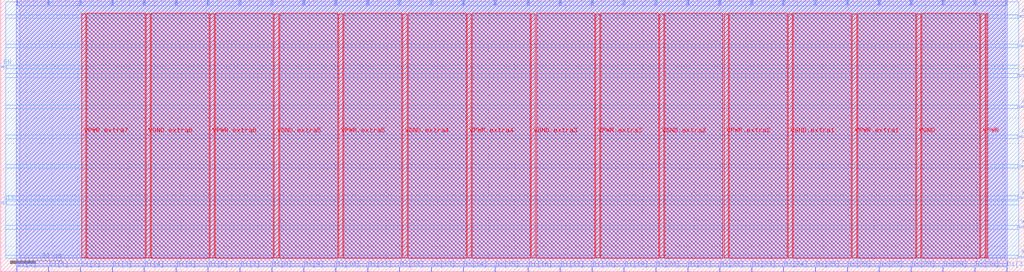
<source format=lef>
VERSION 5.7 ;
  NOWIREEXTENSIONATPIN ON ;
  DIVIDERCHAR "/" ;
  BUSBITCHARS "[]" ;
MACRO RAM32
  CLASS BLOCK ;
  FOREIGN RAM32 ;
  ORIGIN 0.000 0.000 ;
  SIZE 398.360 BY 106.080 ;
  PIN A[0]
    DIRECTION INPUT ;
    USE SIGNAL ;
    PORT
      LAYER met3 ;
        RECT 396.360 52.400 398.360 53.000 ;
    END
  END A[0]
  PIN A[1]
    DIRECTION INPUT ;
    USE SIGNAL ;
    PORT
      LAYER met3 ;
        RECT 396.360 63.960 398.360 64.560 ;
    END
  END A[1]
  PIN A[2]
    DIRECTION INPUT ;
    USE SIGNAL ;
    PORT
      LAYER met3 ;
        RECT 396.360 76.200 398.360 76.800 ;
    END
  END A[2]
  PIN A[3]
    DIRECTION INPUT ;
    USE SIGNAL ;
    PORT
      LAYER met3 ;
        RECT 396.360 87.760 398.360 88.360 ;
    END
  END A[3]
  PIN A[4]
    DIRECTION INPUT ;
    USE SIGNAL ;
    PORT
      LAYER met3 ;
        RECT 396.360 99.320 398.360 99.920 ;
    END
  END A[4]
  PIN CLK
    DIRECTION INPUT ;
    USE SIGNAL ;
    PORT
      LAYER met3 ;
        RECT 0.000 26.560 2.000 27.160 ;
    END
  END CLK
  PIN Di[0]
    DIRECTION INPUT ;
    USE SIGNAL ;
    PORT
      LAYER met2 ;
        RECT 6.070 0.000 6.350 2.000 ;
    END
  END Di[0]
  PIN Di[10]
    DIRECTION INPUT ;
    USE SIGNAL ;
    PORT
      LAYER met2 ;
        RECT 130.270 0.000 130.550 2.000 ;
    END
  END Di[10]
  PIN Di[11]
    DIRECTION INPUT ;
    USE SIGNAL ;
    PORT
      LAYER met2 ;
        RECT 142.690 0.000 142.970 2.000 ;
    END
  END Di[11]
  PIN Di[12]
    DIRECTION INPUT ;
    USE SIGNAL ;
    PORT
      LAYER met2 ;
        RECT 155.110 0.000 155.390 2.000 ;
    END
  END Di[12]
  PIN Di[13]
    DIRECTION INPUT ;
    USE SIGNAL ;
    PORT
      LAYER met2 ;
        RECT 167.530 0.000 167.810 2.000 ;
    END
  END Di[13]
  PIN Di[14]
    DIRECTION INPUT ;
    USE SIGNAL ;
    PORT
      LAYER met2 ;
        RECT 179.950 0.000 180.230 2.000 ;
    END
  END Di[14]
  PIN Di[15]
    DIRECTION INPUT ;
    USE SIGNAL ;
    PORT
      LAYER met2 ;
        RECT 192.370 0.000 192.650 2.000 ;
    END
  END Di[15]
  PIN Di[16]
    DIRECTION INPUT ;
    USE SIGNAL ;
    PORT
      LAYER met2 ;
        RECT 205.250 0.000 205.530 2.000 ;
    END
  END Di[16]
  PIN Di[17]
    DIRECTION INPUT ;
    USE SIGNAL ;
    PORT
      LAYER met2 ;
        RECT 217.670 0.000 217.950 2.000 ;
    END
  END Di[17]
  PIN Di[18]
    DIRECTION INPUT ;
    USE SIGNAL ;
    PORT
      LAYER met2 ;
        RECT 230.090 0.000 230.370 2.000 ;
    END
  END Di[18]
  PIN Di[19]
    DIRECTION INPUT ;
    USE SIGNAL ;
    PORT
      LAYER met2 ;
        RECT 242.510 0.000 242.790 2.000 ;
    END
  END Di[19]
  PIN Di[1]
    DIRECTION INPUT ;
    USE SIGNAL ;
    PORT
      LAYER met2 ;
        RECT 18.490 0.000 18.770 2.000 ;
    END
  END Di[1]
  PIN Di[20]
    DIRECTION INPUT ;
    USE SIGNAL ;
    PORT
      LAYER met2 ;
        RECT 254.930 0.000 255.210 2.000 ;
    END
  END Di[20]
  PIN Di[21]
    DIRECTION INPUT ;
    USE SIGNAL ;
    PORT
      LAYER met2 ;
        RECT 267.350 0.000 267.630 2.000 ;
    END
  END Di[21]
  PIN Di[22]
    DIRECTION INPUT ;
    USE SIGNAL ;
    PORT
      LAYER met2 ;
        RECT 279.770 0.000 280.050 2.000 ;
    END
  END Di[22]
  PIN Di[23]
    DIRECTION INPUT ;
    USE SIGNAL ;
    PORT
      LAYER met2 ;
        RECT 292.190 0.000 292.470 2.000 ;
    END
  END Di[23]
  PIN Di[24]
    DIRECTION INPUT ;
    USE SIGNAL ;
    PORT
      LAYER met2 ;
        RECT 304.610 0.000 304.890 2.000 ;
    END
  END Di[24]
  PIN Di[25]
    DIRECTION INPUT ;
    USE SIGNAL ;
    PORT
      LAYER met2 ;
        RECT 317.030 0.000 317.310 2.000 ;
    END
  END Di[25]
  PIN Di[26]
    DIRECTION INPUT ;
    USE SIGNAL ;
    PORT
      LAYER met2 ;
        RECT 329.450 0.000 329.730 2.000 ;
    END
  END Di[26]
  PIN Di[27]
    DIRECTION INPUT ;
    USE SIGNAL ;
    PORT
      LAYER met2 ;
        RECT 341.870 0.000 342.150 2.000 ;
    END
  END Di[27]
  PIN Di[28]
    DIRECTION INPUT ;
    USE SIGNAL ;
    PORT
      LAYER met2 ;
        RECT 354.290 0.000 354.570 2.000 ;
    END
  END Di[28]
  PIN Di[29]
    DIRECTION INPUT ;
    USE SIGNAL ;
    PORT
      LAYER met2 ;
        RECT 366.710 0.000 366.990 2.000 ;
    END
  END Di[29]
  PIN Di[2]
    DIRECTION INPUT ;
    USE SIGNAL ;
    PORT
      LAYER met2 ;
        RECT 30.910 0.000 31.190 2.000 ;
    END
  END Di[2]
  PIN Di[30]
    DIRECTION INPUT ;
    USE SIGNAL ;
    PORT
      LAYER met2 ;
        RECT 379.130 0.000 379.410 2.000 ;
    END
  END Di[30]
  PIN Di[31]
    DIRECTION INPUT ;
    USE SIGNAL ;
    PORT
      LAYER met2 ;
        RECT 391.550 0.000 391.830 2.000 ;
    END
  END Di[31]
  PIN Di[3]
    DIRECTION INPUT ;
    USE SIGNAL ;
    PORT
      LAYER met2 ;
        RECT 43.330 0.000 43.610 2.000 ;
    END
  END Di[3]
  PIN Di[4]
    DIRECTION INPUT ;
    USE SIGNAL ;
    PORT
      LAYER met2 ;
        RECT 55.750 0.000 56.030 2.000 ;
    END
  END Di[4]
  PIN Di[5]
    DIRECTION INPUT ;
    USE SIGNAL ;
    PORT
      LAYER met2 ;
        RECT 68.170 0.000 68.450 2.000 ;
    END
  END Di[5]
  PIN Di[6]
    DIRECTION INPUT ;
    USE SIGNAL ;
    PORT
      LAYER met2 ;
        RECT 80.590 0.000 80.870 2.000 ;
    END
  END Di[6]
  PIN Di[7]
    DIRECTION INPUT ;
    USE SIGNAL ;
    PORT
      LAYER met2 ;
        RECT 93.010 0.000 93.290 2.000 ;
    END
  END Di[7]
  PIN Di[8]
    DIRECTION INPUT ;
    USE SIGNAL ;
    PORT
      LAYER met2 ;
        RECT 105.430 0.000 105.710 2.000 ;
    END
  END Di[8]
  PIN Di[9]
    DIRECTION INPUT ;
    USE SIGNAL ;
    PORT
      LAYER met2 ;
        RECT 117.850 0.000 118.130 2.000 ;
    END
  END Di[9]
  PIN Do[0]
    DIRECTION OUTPUT TRISTATE ;
    USE SIGNAL ;
    PORT
      LAYER met2 ;
        RECT 6.070 104.080 6.350 106.080 ;
    END
  END Do[0]
  PIN Do[10]
    DIRECTION OUTPUT TRISTATE ;
    USE SIGNAL ;
    PORT
      LAYER met2 ;
        RECT 130.270 104.080 130.550 106.080 ;
    END
  END Do[10]
  PIN Do[11]
    DIRECTION OUTPUT TRISTATE ;
    USE SIGNAL ;
    PORT
      LAYER met2 ;
        RECT 142.690 104.080 142.970 106.080 ;
    END
  END Do[11]
  PIN Do[12]
    DIRECTION OUTPUT TRISTATE ;
    USE SIGNAL ;
    PORT
      LAYER met2 ;
        RECT 155.110 104.080 155.390 106.080 ;
    END
  END Do[12]
  PIN Do[13]
    DIRECTION OUTPUT TRISTATE ;
    USE SIGNAL ;
    PORT
      LAYER met2 ;
        RECT 167.530 104.080 167.810 106.080 ;
    END
  END Do[13]
  PIN Do[14]
    DIRECTION OUTPUT TRISTATE ;
    USE SIGNAL ;
    PORT
      LAYER met2 ;
        RECT 179.950 104.080 180.230 106.080 ;
    END
  END Do[14]
  PIN Do[15]
    DIRECTION OUTPUT TRISTATE ;
    USE SIGNAL ;
    PORT
      LAYER met2 ;
        RECT 192.370 104.080 192.650 106.080 ;
    END
  END Do[15]
  PIN Do[16]
    DIRECTION OUTPUT TRISTATE ;
    USE SIGNAL ;
    PORT
      LAYER met2 ;
        RECT 205.250 104.080 205.530 106.080 ;
    END
  END Do[16]
  PIN Do[17]
    DIRECTION OUTPUT TRISTATE ;
    USE SIGNAL ;
    PORT
      LAYER met2 ;
        RECT 217.670 104.080 217.950 106.080 ;
    END
  END Do[17]
  PIN Do[18]
    DIRECTION OUTPUT TRISTATE ;
    USE SIGNAL ;
    PORT
      LAYER met2 ;
        RECT 230.090 104.080 230.370 106.080 ;
    END
  END Do[18]
  PIN Do[19]
    DIRECTION OUTPUT TRISTATE ;
    USE SIGNAL ;
    PORT
      LAYER met2 ;
        RECT 242.510 104.080 242.790 106.080 ;
    END
  END Do[19]
  PIN Do[1]
    DIRECTION OUTPUT TRISTATE ;
    USE SIGNAL ;
    PORT
      LAYER met2 ;
        RECT 18.490 104.080 18.770 106.080 ;
    END
  END Do[1]
  PIN Do[20]
    DIRECTION OUTPUT TRISTATE ;
    USE SIGNAL ;
    PORT
      LAYER met2 ;
        RECT 254.930 104.080 255.210 106.080 ;
    END
  END Do[20]
  PIN Do[21]
    DIRECTION OUTPUT TRISTATE ;
    USE SIGNAL ;
    PORT
      LAYER met2 ;
        RECT 267.350 104.080 267.630 106.080 ;
    END
  END Do[21]
  PIN Do[22]
    DIRECTION OUTPUT TRISTATE ;
    USE SIGNAL ;
    PORT
      LAYER met2 ;
        RECT 279.770 104.080 280.050 106.080 ;
    END
  END Do[22]
  PIN Do[23]
    DIRECTION OUTPUT TRISTATE ;
    USE SIGNAL ;
    PORT
      LAYER met2 ;
        RECT 292.190 104.080 292.470 106.080 ;
    END
  END Do[23]
  PIN Do[24]
    DIRECTION OUTPUT TRISTATE ;
    USE SIGNAL ;
    PORT
      LAYER met2 ;
        RECT 304.610 104.080 304.890 106.080 ;
    END
  END Do[24]
  PIN Do[25]
    DIRECTION OUTPUT TRISTATE ;
    USE SIGNAL ;
    PORT
      LAYER met2 ;
        RECT 317.030 104.080 317.310 106.080 ;
    END
  END Do[25]
  PIN Do[26]
    DIRECTION OUTPUT TRISTATE ;
    USE SIGNAL ;
    PORT
      LAYER met2 ;
        RECT 329.450 104.080 329.730 106.080 ;
    END
  END Do[26]
  PIN Do[27]
    DIRECTION OUTPUT TRISTATE ;
    USE SIGNAL ;
    PORT
      LAYER met2 ;
        RECT 341.870 104.080 342.150 106.080 ;
    END
  END Do[27]
  PIN Do[28]
    DIRECTION OUTPUT TRISTATE ;
    USE SIGNAL ;
    PORT
      LAYER met2 ;
        RECT 354.290 104.080 354.570 106.080 ;
    END
  END Do[28]
  PIN Do[29]
    DIRECTION OUTPUT TRISTATE ;
    USE SIGNAL ;
    PORT
      LAYER met2 ;
        RECT 366.710 104.080 366.990 106.080 ;
    END
  END Do[29]
  PIN Do[2]
    DIRECTION OUTPUT TRISTATE ;
    USE SIGNAL ;
    PORT
      LAYER met2 ;
        RECT 30.910 104.080 31.190 106.080 ;
    END
  END Do[2]
  PIN Do[30]
    DIRECTION OUTPUT TRISTATE ;
    USE SIGNAL ;
    PORT
      LAYER met2 ;
        RECT 379.130 104.080 379.410 106.080 ;
    END
  END Do[30]
  PIN Do[31]
    DIRECTION OUTPUT TRISTATE ;
    USE SIGNAL ;
    PORT
      LAYER met2 ;
        RECT 391.550 104.080 391.830 106.080 ;
    END
  END Do[31]
  PIN Do[3]
    DIRECTION OUTPUT TRISTATE ;
    USE SIGNAL ;
    PORT
      LAYER met2 ;
        RECT 43.330 104.080 43.610 106.080 ;
    END
  END Do[3]
  PIN Do[4]
    DIRECTION OUTPUT TRISTATE ;
    USE SIGNAL ;
    PORT
      LAYER met2 ;
        RECT 55.750 104.080 56.030 106.080 ;
    END
  END Do[4]
  PIN Do[5]
    DIRECTION OUTPUT TRISTATE ;
    USE SIGNAL ;
    PORT
      LAYER met2 ;
        RECT 68.170 104.080 68.450 106.080 ;
    END
  END Do[5]
  PIN Do[6]
    DIRECTION OUTPUT TRISTATE ;
    USE SIGNAL ;
    PORT
      LAYER met2 ;
        RECT 80.590 104.080 80.870 106.080 ;
    END
  END Do[6]
  PIN Do[7]
    DIRECTION OUTPUT TRISTATE ;
    USE SIGNAL ;
    PORT
      LAYER met2 ;
        RECT 93.010 104.080 93.290 106.080 ;
    END
  END Do[7]
  PIN Do[8]
    DIRECTION OUTPUT TRISTATE ;
    USE SIGNAL ;
    PORT
      LAYER met2 ;
        RECT 105.430 104.080 105.710 106.080 ;
    END
  END Do[8]
  PIN Do[9]
    DIRECTION OUTPUT TRISTATE ;
    USE SIGNAL ;
    PORT
      LAYER met2 ;
        RECT 117.850 104.080 118.130 106.080 ;
    END
  END Do[9]
  PIN EN
    DIRECTION INPUT ;
    USE SIGNAL ;
    PORT
      LAYER met3 ;
        RECT 0.000 79.600 2.000 80.200 ;
    END
  END EN
  PIN WE[0]
    DIRECTION INPUT ;
    USE SIGNAL ;
    PORT
      LAYER met3 ;
        RECT 396.360 5.480 398.360 6.080 ;
    END
  END WE[0]
  PIN WE[1]
    DIRECTION INPUT ;
    USE SIGNAL ;
    PORT
      LAYER met3 ;
        RECT 396.360 17.040 398.360 17.640 ;
    END
  END WE[1]
  PIN WE[2]
    DIRECTION INPUT ;
    USE SIGNAL ;
    PORT
      LAYER met3 ;
        RECT 396.360 28.600 398.360 29.200 ;
    END
  END WE[2]
  PIN WE[3]
    DIRECTION INPUT ;
    USE SIGNAL ;
    PORT
      LAYER met3 ;
        RECT 396.360 40.840 398.360 41.440 ;
    END
  END WE[3]
  PIN VPWR
    DIRECTION INOUT ;
    USE POWER ;
    PORT
      LAYER met4 ;
        RECT 381.560 5.355 383.160 100.725 ;
    END
  END VPWR
  PIN VPWR.extra1
    DIRECTION INOUT ;
    USE POWER ;
    PORT
      LAYER met4 ;
        RECT 331.560 5.355 333.160 100.725 ;
    END
  END VPWR.extra1
  PIN VPWR.extra2
    DIRECTION INOUT ;
    USE POWER ;
    PORT
      LAYER met4 ;
        RECT 281.560 5.355 283.160 100.725 ;
    END
  END VPWR.extra2
  PIN VPWR.extra3
    DIRECTION INOUT ;
    USE POWER ;
    PORT
      LAYER met4 ;
        RECT 231.560 5.355 233.160 100.725 ;
    END
  END VPWR.extra3
  PIN VPWR.extra4
    DIRECTION INOUT ;
    USE POWER ;
    PORT
      LAYER met4 ;
        RECT 181.560 5.355 183.160 100.725 ;
    END
  END VPWR.extra4
  PIN VPWR.extra5
    DIRECTION INOUT ;
    USE POWER ;
    PORT
      LAYER met4 ;
        RECT 131.560 5.355 133.160 100.725 ;
    END
  END VPWR.extra5
  PIN VPWR.extra6
    DIRECTION INOUT ;
    USE POWER ;
    PORT
      LAYER met4 ;
        RECT 81.560 5.355 83.160 100.725 ;
    END
  END VPWR.extra6
  PIN VPWR.extra7
    DIRECTION INOUT ;
    USE POWER ;
    PORT
      LAYER met4 ;
        RECT 31.560 5.355 33.160 100.725 ;
    END
  END VPWR.extra7
  PIN VGND
    DIRECTION INOUT ;
    USE GROUND ;
    PORT
      LAYER met4 ;
        RECT 356.560 5.355 358.160 100.725 ;
    END
  END VGND
  PIN VGND.extra1
    DIRECTION INOUT ;
    USE GROUND ;
    PORT
      LAYER met4 ;
        RECT 306.560 5.355 308.160 100.725 ;
    END
  END VGND.extra1
  PIN VGND.extra2
    DIRECTION INOUT ;
    USE GROUND ;
    PORT
      LAYER met4 ;
        RECT 256.560 5.355 258.160 100.725 ;
    END
  END VGND.extra2
  PIN VGND.extra3
    DIRECTION INOUT ;
    USE GROUND ;
    PORT
      LAYER met4 ;
        RECT 206.560 5.355 208.160 100.725 ;
    END
  END VGND.extra3
  PIN VGND.extra4
    DIRECTION INOUT ;
    USE GROUND ;
    PORT
      LAYER met4 ;
        RECT 156.560 5.355 158.160 100.725 ;
    END
  END VGND.extra4
  PIN VGND.extra5
    DIRECTION INOUT ;
    USE GROUND ;
    PORT
      LAYER met4 ;
        RECT 106.560 5.355 108.160 100.725 ;
    END
  END VGND.extra5
  PIN VGND.extra6
    DIRECTION INOUT ;
    USE GROUND ;
    PORT
      LAYER met4 ;
        RECT 56.560 5.355 58.160 100.725 ;
    END
  END VGND.extra6
  OBS
      LAYER li1 ;
        RECT 7.360 5.355 391.000 105.995 ;
      LAYER met1 ;
        RECT 6.050 3.100 391.850 106.040 ;
      LAYER met2 ;
        RECT 6.630 103.800 18.210 106.070 ;
        RECT 19.050 103.800 30.630 106.070 ;
        RECT 31.470 103.800 43.050 106.070 ;
        RECT 43.890 103.800 55.470 106.070 ;
        RECT 56.310 103.800 67.890 106.070 ;
        RECT 68.730 103.800 80.310 106.070 ;
        RECT 81.150 103.800 92.730 106.070 ;
        RECT 93.570 103.800 105.150 106.070 ;
        RECT 105.990 103.800 117.570 106.070 ;
        RECT 118.410 103.800 129.990 106.070 ;
        RECT 130.830 103.800 142.410 106.070 ;
        RECT 143.250 103.800 154.830 106.070 ;
        RECT 155.670 103.800 167.250 106.070 ;
        RECT 168.090 103.800 179.670 106.070 ;
        RECT 180.510 103.800 192.090 106.070 ;
        RECT 192.930 103.800 204.970 106.070 ;
        RECT 205.810 103.800 217.390 106.070 ;
        RECT 218.230 103.800 229.810 106.070 ;
        RECT 230.650 103.800 242.230 106.070 ;
        RECT 243.070 103.800 254.650 106.070 ;
        RECT 255.490 103.800 267.070 106.070 ;
        RECT 267.910 103.800 279.490 106.070 ;
        RECT 280.330 103.800 291.910 106.070 ;
        RECT 292.750 103.800 304.330 106.070 ;
        RECT 305.170 103.800 316.750 106.070 ;
        RECT 317.590 103.800 329.170 106.070 ;
        RECT 330.010 103.800 341.590 106.070 ;
        RECT 342.430 103.800 354.010 106.070 ;
        RECT 354.850 103.800 366.430 106.070 ;
        RECT 367.270 103.800 378.850 106.070 ;
        RECT 379.690 103.800 391.270 106.070 ;
        RECT 6.080 2.280 391.830 103.800 ;
        RECT 6.630 2.000 18.210 2.280 ;
        RECT 19.050 2.000 30.630 2.280 ;
        RECT 31.470 2.000 43.050 2.280 ;
        RECT 43.890 2.000 55.470 2.280 ;
        RECT 56.310 2.000 67.890 2.280 ;
        RECT 68.730 2.000 80.310 2.280 ;
        RECT 81.150 2.000 92.730 2.280 ;
        RECT 93.570 2.000 105.150 2.280 ;
        RECT 105.990 2.000 117.570 2.280 ;
        RECT 118.410 2.000 129.990 2.280 ;
        RECT 130.830 2.000 142.410 2.280 ;
        RECT 143.250 2.000 154.830 2.280 ;
        RECT 155.670 2.000 167.250 2.280 ;
        RECT 168.090 2.000 179.670 2.280 ;
        RECT 180.510 2.000 192.090 2.280 ;
        RECT 192.930 2.000 204.970 2.280 ;
        RECT 205.810 2.000 217.390 2.280 ;
        RECT 218.230 2.000 229.810 2.280 ;
        RECT 230.650 2.000 242.230 2.280 ;
        RECT 243.070 2.000 254.650 2.280 ;
        RECT 255.490 2.000 267.070 2.280 ;
        RECT 267.910 2.000 279.490 2.280 ;
        RECT 280.330 2.000 291.910 2.280 ;
        RECT 292.750 2.000 304.330 2.280 ;
        RECT 305.170 2.000 316.750 2.280 ;
        RECT 317.590 2.000 329.170 2.280 ;
        RECT 330.010 2.000 341.590 2.280 ;
        RECT 342.430 2.000 354.010 2.280 ;
        RECT 354.850 2.000 366.430 2.280 ;
        RECT 367.270 2.000 378.850 2.280 ;
        RECT 379.690 2.000 391.270 2.280 ;
      LAYER met3 ;
        RECT 2.000 100.320 396.360 105.225 ;
        RECT 2.000 98.920 395.960 100.320 ;
        RECT 2.000 88.760 396.360 98.920 ;
        RECT 2.000 87.360 395.960 88.760 ;
        RECT 2.000 80.600 396.360 87.360 ;
        RECT 2.400 79.200 396.360 80.600 ;
        RECT 2.000 77.200 396.360 79.200 ;
        RECT 2.000 75.800 395.960 77.200 ;
        RECT 2.000 64.960 396.360 75.800 ;
        RECT 2.000 63.560 395.960 64.960 ;
        RECT 2.000 53.400 396.360 63.560 ;
        RECT 2.000 52.000 395.960 53.400 ;
        RECT 2.000 41.840 396.360 52.000 ;
        RECT 2.000 40.440 395.960 41.840 ;
        RECT 2.000 29.600 396.360 40.440 ;
        RECT 2.000 28.200 395.960 29.600 ;
        RECT 2.000 27.560 396.360 28.200 ;
        RECT 2.400 26.160 396.360 27.560 ;
        RECT 2.000 18.040 396.360 26.160 ;
        RECT 2.000 16.640 395.960 18.040 ;
        RECT 2.000 6.480 396.360 16.640 ;
        RECT 2.000 5.275 395.960 6.480 ;
      LAYER met4 ;
        RECT 33.560 5.275 56.160 100.805 ;
        RECT 58.560 5.275 81.160 100.805 ;
        RECT 83.560 5.275 106.160 100.805 ;
        RECT 108.560 5.275 131.160 100.805 ;
        RECT 133.560 5.275 156.160 100.805 ;
        RECT 158.560 5.275 181.160 100.805 ;
        RECT 183.560 5.275 206.160 100.805 ;
        RECT 208.560 5.275 231.160 100.805 ;
        RECT 233.560 5.275 256.160 100.805 ;
        RECT 258.560 5.275 281.160 100.805 ;
        RECT 283.560 5.275 306.160 100.805 ;
        RECT 308.560 5.275 331.160 100.805 ;
        RECT 333.560 5.275 356.160 100.805 ;
        RECT 358.560 5.275 381.160 100.805 ;
        RECT 383.560 5.275 384.265 100.805 ;
  END
END RAM32
END LIBRARY


</source>
